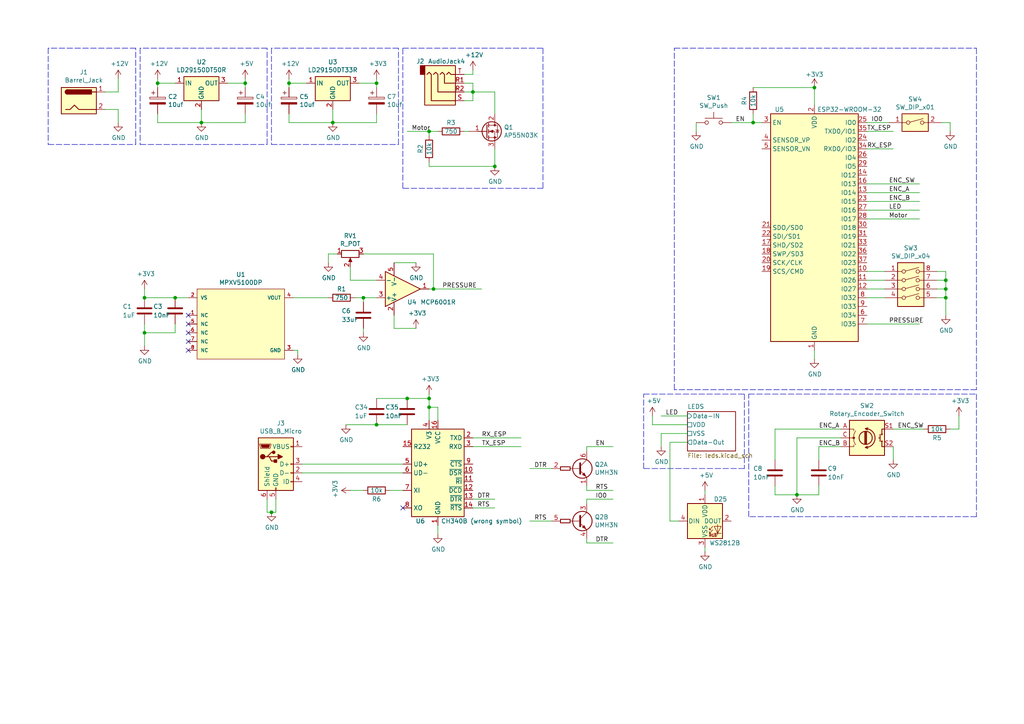
<source format=kicad_sch>
(kicad_sch (version 20211123) (generator eeschema)
  (paper "A4")
  (lib_symbols
    (symbol "Amplifier_Operational:MCP6001R" (pin_names (offset 0.127))
      (property "Reference" "U" (at 0 5.08 0))
      (property "Value" "MCP6001R" (at 0 -5.08 0))
      (symbol "MCP6001R_0_1"
        (polyline (pts (xy -5.08 5.08) (xy 5.08 0) (xy -5.08 -5.08) (xy -5.08 5.08)) (stroke (width 0.254)) (fill (type background)))
        (pin power_in line (at -2.54 7.62 270) (length 3.81) (name "V+") (number "2"))
        (pin power_in line (at -2.54 -7.62 90) (length 3.81) (name "V-") (number "5"))
      )
      (symbol "MCP6001R_1_1"
        (pin output line (at 7.62 0 180) (length 2.54) (name "~") (number "1"))
        (pin input line (at -7.62 2.54 0) (length 2.54) (name "+") (number "3"))
        (pin input line (at -7.62 -2.54 0) (length 2.54) (name "-") (number "4"))
      )
    )
    (symbol "Connector:AudioJack4"
      (property "Reference" "J" (at 0 8.89 0))
      (property "Value" "AudioJack4" (at 0 6.35 0))
      (symbol "AudioJack4_0_1"
        (rectangle (start -6.35 -5.08) (end -7.62 -7.62) (stroke (width 0.254)) (fill (type outline)))
        (polyline (pts (xy 0 -5.08) (xy 0.635 -5.715) (xy 1.27 -5.08) (xy 2.54 -5.08)) (stroke (width 0.254)))
        (polyline (pts (xy -5.715 -5.08) (xy -5.08 -5.715) (xy -4.445 -5.08) (xy -4.445 2.54) (xy 2.54 2.54)) (stroke (width 0.254)))
        (polyline (pts (xy -1.905 -5.08) (xy -1.27 -5.715) (xy -0.635 -5.08) (xy -0.635 -2.54) (xy 2.54 -2.54)) (stroke (width 0.254)))
        (polyline (pts (xy 2.54 0) (xy -2.54 0) (xy -2.54 -5.08) (xy -3.175 -5.715) (xy -3.81 -5.08)) (stroke (width 0.254)))
        (rectangle (start 2.54 3.81) (end -6.35 -7.62) (stroke (width 0.254)) (fill (type background)))
      )
      (symbol "AudioJack4_1_1"
        (pin passive line (at 5.08 -2.54 180) (length 2.54) (name "~") (number "R1"))
        (pin passive line (at 5.08 0 180) (length 2.54) (name "~") (number "R2"))
        (pin passive line (at 5.08 2.54 180) (length 2.54) (name "~") (number "S"))
        (pin passive line (at 5.08 -5.08 180) (length 2.54) (name "~") (number "T"))
      )
    )
    (symbol "Connector:Barrel_Jack" (pin_names (offset 1.016))
      (property "Reference" "J" (at 0 5.334 0))
      (property "Value" "Barrel_Jack" (at 0 -5.08 0))
      (symbol "Barrel_Jack_0_1"
        (rectangle (start -5.08 3.81) (end 5.08 -3.81) (stroke (width 0.254)) (fill (type background)))
        (arc (start -3.302 3.175) (mid -3.937 2.54) (end -3.302 1.905) (stroke (width 0.254)))
        (arc (start -3.302 3.175) (mid -3.937 2.54) (end -3.302 1.905) (stroke (width 0.254)) (fill (type outline)))
        (polyline (pts (xy 5.08 2.54) (xy 3.81 2.54)) (stroke (width 0.254)))
        (polyline (pts (xy -3.81 -2.54) (xy -2.54 -2.54) (xy -1.27 -1.27) (xy 0 -2.54) (xy 2.54 -2.54) (xy 5.08 -2.54)) (stroke (width 0.254)))
        (rectangle (start 3.683 3.175) (end -3.302 1.905) (stroke (width 0.254)) (fill (type outline)))
      )
      (symbol "Barrel_Jack_1_1"
        (pin passive line (at 7.62 2.54 180) (length 2.54) (name "~") (number "1"))
        (pin passive line (at 7.62 -2.54 180) (length 2.54) (name "~") (number "2"))
      )
    )
    (symbol "Connector:USB_B_Micro" (pin_names (offset 1.016))
      (property "Reference" "J" (at -5.08 11.43 0))
      (property "Value" "USB_B_Micro" (at -5.08 8.89 0))
      (symbol "USB_B_Micro_0_1"
        (rectangle (start -5.08 -7.62) (end 5.08 7.62) (stroke (width 0.254)) (fill (type background)))
        (circle (center -3.81 2.159) (radius 0.635) (stroke (width 0.254)) (fill (type outline)))
        (circle (center -0.635 3.429) (radius 0.381) (stroke (width 0.254)) (fill (type outline)))
        (rectangle (start -0.127 -7.62) (end 0.127 -6.858))
        (polyline (pts (xy -1.905 2.159) (xy 0.635 2.159)) (stroke (width 0.254)))
        (polyline (pts (xy -3.175 2.159) (xy -2.54 2.159) (xy -1.27 3.429) (xy -0.635 3.429)) (stroke (width 0.254)))
        (polyline (pts (xy -2.54 2.159) (xy -1.905 2.159) (xy -1.27 0.889) (xy 0 0.889)) (stroke (width 0.254)))
        (polyline (pts (xy 0.635 2.794) (xy 0.635 1.524) (xy 1.905 2.159) (xy 0.635 2.794)) (stroke (width 0.254)) (fill (type outline)))
        (polyline (pts (xy -4.318 5.588) (xy -1.778 5.588) (xy -2.032 4.826) (xy -4.064 4.826) (xy -4.318 5.588)) (fill (type outline)))
        (polyline (pts (xy -4.699 5.842) (xy -4.699 5.588) (xy -4.445 4.826) (xy -4.445 4.572) (xy -1.651 4.572) (xy -1.651 4.826) (xy -1.397 5.588) (xy -1.397 5.842) (xy -4.699 5.842)))
        (rectangle (start 0.254 1.27) (end -0.508 0.508) (stroke (width 0.254)) (fill (type outline)))
        (rectangle (start 5.08 -5.207) (end 4.318 -4.953))
        (rectangle (start 5.08 -2.667) (end 4.318 -2.413))
        (rectangle (start 5.08 -0.127) (end 4.318 0.127))
        (rectangle (start 5.08 4.953) (end 4.318 5.207))
      )
      (symbol "USB_B_Micro_1_1"
        (pin power_out line (at 7.62 5.08 180) (length 2.54) (name "VBUS") (number "1"))
        (pin bidirectional line (at 7.62 -2.54 180) (length 2.54) (name "D-") (number "2"))
        (pin bidirectional line (at 7.62 0 180) (length 2.54) (name "D+") (number "3"))
        (pin passive line (at 7.62 -5.08 180) (length 2.54) (name "ID") (number "4"))
        (pin power_out line (at 0 -10.16 90) (length 2.54) (name "GND") (number "5"))
        (pin passive line (at -2.54 -10.16 90) (length 2.54) (name "Shield") (number "6"))
      )
    )
    (symbol "Device:C" (pin_numbers hide) (pin_names (offset 0.254))
      (property "Reference" "C" (at 0.635 2.54 0))
      (property "Value" "C" (at 0.635 -2.54 0))
      (symbol "C_0_1"
        (polyline (pts (xy -2.032 -0.762) (xy 2.032 -0.762)) (stroke (width 0.508)))
        (polyline (pts (xy -2.032 0.762) (xy 2.032 0.762)) (stroke (width 0.508)))
      )
      (symbol "C_1_1"
        (pin passive line (at 0 3.81 270) (length 2.794) (name "~") (number "1"))
        (pin passive line (at 0 -3.81 90) (length 2.794) (name "~") (number "2"))
      )
    )
    (symbol "Device:CP" (pin_numbers hide) (pin_names (offset 0.254))
      (property "Reference" "C" (at 0.635 2.54 0))
      (property "Value" "Device_CP" (at 0.635 -2.54 0))
      (symbol "CP_0_1"
        (rectangle (start -2.286 0.508) (end 2.286 1.016))
        (polyline (pts (xy -1.778 2.286) (xy -0.762 2.286)))
        (polyline (pts (xy -1.27 2.794) (xy -1.27 1.778)))
        (rectangle (start 2.286 -0.508) (end -2.286 -1.016) (fill (type outline)))
      )
      (symbol "CP_1_1"
        (pin passive line (at 0 3.81 270) (length 2.794) (name "~") (number "1"))
        (pin passive line (at 0 -3.81 90) (length 2.794) (name "~") (number "2"))
      )
    )
    (symbol "Device:R" (pin_numbers hide) (pin_names (offset 0))
      (property "Reference" "R" (at 2.032 0 90))
      (property "Value" "R" (at 0 0 90))
      (symbol "R_0_1"
        (rectangle (start -1.016 -2.54) (end 1.016 2.54) (stroke (width 0.254)))
      )
      (symbol "R_1_1"
        (pin passive line (at 0 3.81 270) (length 1.27) (name "~") (number "1"))
        (pin passive line (at 0 -3.81 90) (length 1.27) (name "~") (number "2"))
      )
    )
    (symbol "Device:R_POT" (pin_names (offset 1.016) hide)
      (property "Reference" "RV" (at -4.445 0 90))
      (property "Value" "Device_R_POT" (at -2.54 0 90))
      (symbol "R_POT_0_1"
        (polyline (pts (xy 2.54 0) (xy 1.524 0)))
        (polyline (pts (xy 1.143 0) (xy 2.286 0.508) (xy 2.286 -0.508) (xy 1.143 0)) (fill (type outline)))
        (rectangle (start 1.016 2.54) (end -1.016 -2.54) (stroke (width 0.254)))
      )
      (symbol "R_POT_1_1"
        (pin passive line (at 0 3.81 270) (length 1.27) (name "1") (number "1"))
        (pin passive line (at 3.81 0 180) (length 1.27) (name "2") (number "2"))
        (pin passive line (at 0 -3.81 90) (length 1.27) (name "3") (number "3"))
      )
    )
    (symbol "Device:Rotary_Encoder_Switch" (pin_names (offset 0.254) hide)
      (property "Reference" "SW" (at 0 6.604 0))
      (property "Value" "Device_Rotary_Encoder_Switch" (at 0 -6.604 0))
      (symbol "Rotary_Encoder_Switch_0_1"
        (rectangle (start -5.08 5.08) (end 5.08 -5.08) (stroke (width 0.254)) (fill (type background)))
        (circle (center -3.81 0) (radius 0.254) (fill (type outline)))
        (arc (start -0.381 -2.794) (mid 2.3622 -0.0508) (end -0.381 2.667) (stroke (width 0.254)))
        (circle (center -0.381 0) (radius 1.905) (stroke (width 0.254)))
        (polyline (pts (xy -0.635 -1.778) (xy -0.635 1.778)) (stroke (width 0.254)))
        (polyline (pts (xy -0.381 -1.778) (xy -0.381 1.778)) (stroke (width 0.254)))
        (polyline (pts (xy -0.127 1.778) (xy -0.127 -1.778)) (stroke (width 0.254)))
        (polyline (pts (xy 3.81 0) (xy 3.429 0)) (stroke (width 0.254)))
        (polyline (pts (xy 3.81 1.016) (xy 3.81 -1.016)) (stroke (width 0.254)))
        (polyline (pts (xy -5.08 -2.54) (xy -3.81 -2.54) (xy -3.81 -2.032)))
        (polyline (pts (xy -5.08 2.54) (xy -3.81 2.54) (xy -3.81 2.032)))
        (polyline (pts (xy 0.254 -3.048) (xy -0.508 -2.794) (xy 0.127 -2.413)) (stroke (width 0.254)))
        (polyline (pts (xy 0.254 2.921) (xy -0.508 2.667) (xy 0.127 2.286)) (stroke (width 0.254)))
        (polyline (pts (xy 5.08 -2.54) (xy 4.318 -2.54) (xy 4.318 -1.016)) (stroke (width 0.254)))
        (polyline (pts (xy 5.08 2.54) (xy 4.318 2.54) (xy 4.318 1.016)) (stroke (width 0.254)))
        (polyline (pts (xy -5.08 0) (xy -3.81 0) (xy -3.81 -1.016) (xy -3.302 -2.032)))
        (polyline (pts (xy -4.318 0) (xy -3.81 0) (xy -3.81 1.016) (xy -3.302 2.032)))
        (circle (center 4.318 -1.016) (radius 0.127) (stroke (width 0.254)))
        (circle (center 4.318 1.016) (radius 0.127) (stroke (width 0.254)))
      )
      (symbol "Rotary_Encoder_Switch_1_1"
        (pin passive line (at -7.62 2.54 0) (length 2.54) (name "A") (number "A"))
        (pin passive line (at -7.62 -2.54 0) (length 2.54) (name "B") (number "B"))
        (pin passive line (at -7.62 0 0) (length 2.54) (name "C") (number "C"))
        (pin passive line (at 7.62 2.54 180) (length 2.54) (name "S1") (number "S1"))
        (pin passive line (at 7.62 -2.54 180) (length 2.54) (name "S2") (number "S2"))
      )
    )
    (symbol "Interface_USB:CH340G"
      (property "Reference" "U" (at -5.08 13.97 0))
      (property "Value" "CH340G" (at 1.27 13.97 0))
      (symbol "CH340G_0_1"
        (rectangle (start -7.62 12.7) (end 7.62 -12.7) (stroke (width 0.254)) (fill (type background)))
      )
      (symbol "CH340G_1_1"
        (pin power_in line (at 0 -15.24 90) (length 2.54) (name "GND") (number "1"))
        (pin input line (at 10.16 0 180) (length 2.54) (name "~{DSR}") (number "10"))
        (pin input line (at 10.16 -2.54 180) (length 2.54) (name "~{RI}") (number "11"))
        (pin input line (at 10.16 -5.08 180) (length 2.54) (name "~{DCD}") (number "12"))
        (pin output line (at 10.16 -7.62 180) (length 2.54) (name "~{DTR}") (number "13"))
        (pin output line (at 10.16 -10.16 180) (length 2.54) (name "~{RTS}") (number "14"))
        (pin input line (at -10.16 7.62 0) (length 2.54) (name "R232") (number "15"))
        (pin power_in line (at 0 15.24 270) (length 2.54) (name "VCC") (number "16"))
        (pin output line (at 10.16 10.16 180) (length 2.54) (name "TXD") (number "2"))
        (pin input line (at 10.16 7.62 180) (length 2.54) (name "RXD") (number "3"))
        (pin passive line (at -2.54 15.24 270) (length 2.54) (name "V3") (number "4"))
        (pin bidirectional line (at -10.16 2.54 0) (length 2.54) (name "UD+") (number "5"))
        (pin bidirectional line (at -10.16 0 0) (length 2.54) (name "UD-") (number "6"))
        (pin input line (at -10.16 -5.08 0) (length 2.54) (name "XI") (number "7"))
        (pin output line (at -10.16 -10.16 0) (length 2.54) (name "XO") (number "8"))
        (pin input line (at 10.16 2.54 180) (length 2.54) (name "~{CTS}") (number "9"))
      )
    )
    (symbol "LED:WS2812B" (pin_names (offset 0.254))
      (property "Reference" "D" (at 5.08 5.715 0))
      (property "Value" "WS2812B" (at 1.27 -5.715 0))
      (symbol "WS2812B_0_0"
        (text "RGB" (at 2.286 -4.191 0) (effects (font (size 0.762 0.762))))
      )
      (symbol "WS2812B_0_1"
        (polyline (pts (xy 1.27 -3.556) (xy 1.778 -3.556)))
        (polyline (pts (xy 1.27 -2.54) (xy 1.778 -2.54)))
        (polyline (pts (xy 4.699 -3.556) (xy 2.667 -3.556)))
        (polyline (pts (xy 2.286 -2.54) (xy 1.27 -3.556) (xy 1.27 -3.048)))
        (polyline (pts (xy 2.286 -1.524) (xy 1.27 -2.54) (xy 1.27 -2.032)))
        (polyline (pts (xy 3.683 -1.016) (xy 3.683 -3.556) (xy 3.683 -4.064)))
        (polyline (pts (xy 4.699 -1.524) (xy 2.667 -1.524) (xy 3.683 -3.556) (xy 4.699 -1.524)))
        (rectangle (start 5.08 5.08) (end -5.08 -5.08) (stroke (width 0.254)) (fill (type background)))
      )
      (symbol "WS2812B_1_1"
        (pin power_in line (at 0 7.62 270) (length 2.54) (name "VDD") (number "1"))
        (pin output line (at 7.62 0 180) (length 2.54) (name "DOUT") (number "2"))
        (pin power_in line (at 0 -7.62 90) (length 2.54) (name "VSS") (number "3"))
        (pin input line (at -7.62 0 0) (length 2.54) (name "DIN") (number "4"))
      )
    )
    (symbol "RF_Module:ESP32-WROOM-32"
      (property "Reference" "U" (at -12.7 34.29 0))
      (property "Value" "ESP32-WROOM-32" (at 1.27 34.29 0))
      (symbol "ESP32-WROOM-32_0_1"
        (rectangle (start -12.7 33.02) (end 12.7 -33.02) (stroke (width 0.254)) (fill (type background)))
      )
      (symbol "ESP32-WROOM-32_1_1"
        (pin power_in line (at 0 -35.56 90) (length 2.54) (name "GND") (number "1"))
        (pin bidirectional line (at 15.24 -12.7 180) (length 2.54) (name "IO25") (number "10"))
        (pin bidirectional line (at 15.24 -15.24 180) (length 2.54) (name "IO26") (number "11"))
        (pin bidirectional line (at 15.24 -17.78 180) (length 2.54) (name "IO27") (number "12"))
        (pin bidirectional line (at 15.24 10.16 180) (length 2.54) (name "IO14") (number "13"))
        (pin bidirectional line (at 15.24 15.24 180) (length 2.54) (name "IO12") (number "14"))
        (pin passive line (at 0 -35.56 90) (length 2.54) hide (name "GND") (number "15"))
        (pin bidirectional line (at 15.24 12.7 180) (length 2.54) (name "IO13") (number "16"))
        (pin bidirectional line (at -15.24 -5.08 0) (length 2.54) (name "SHD/SD2") (number "17"))
        (pin bidirectional line (at -15.24 -7.62 0) (length 2.54) (name "SWP/SD3") (number "18"))
        (pin bidirectional line (at -15.24 -12.7 0) (length 2.54) (name "SCS/CMD") (number "19"))
        (pin power_in line (at 0 35.56 270) (length 2.54) (name "VDD") (number "2"))
        (pin bidirectional line (at -15.24 -10.16 0) (length 2.54) (name "SCK/CLK") (number "20"))
        (pin bidirectional line (at -15.24 0 0) (length 2.54) (name "SDO/SD0") (number "21"))
        (pin bidirectional line (at -15.24 -2.54 0) (length 2.54) (name "SDI/SD1") (number "22"))
        (pin bidirectional line (at 15.24 7.62 180) (length 2.54) (name "IO15") (number "23"))
        (pin bidirectional line (at 15.24 25.4 180) (length 2.54) (name "IO2") (number "24"))
        (pin bidirectional line (at 15.24 30.48 180) (length 2.54) (name "IO0") (number "25"))
        (pin bidirectional line (at 15.24 20.32 180) (length 2.54) (name "IO4") (number "26"))
        (pin bidirectional line (at 15.24 5.08 180) (length 2.54) (name "IO16") (number "27"))
        (pin bidirectional line (at 15.24 2.54 180) (length 2.54) (name "IO17") (number "28"))
        (pin bidirectional line (at 15.24 17.78 180) (length 2.54) (name "IO5") (number "29"))
        (pin input line (at -15.24 30.48 0) (length 2.54) (name "EN") (number "3"))
        (pin bidirectional line (at 15.24 0 180) (length 2.54) (name "IO18") (number "30"))
        (pin bidirectional line (at 15.24 -2.54 180) (length 2.54) (name "IO19") (number "31"))
        (pin no_connect line (at -12.7 -27.94 0) (length 2.54) hide (name "NC") (number "32"))
        (pin bidirectional line (at 15.24 -5.08 180) (length 2.54) (name "IO21") (number "33"))
        (pin bidirectional line (at 15.24 22.86 180) (length 2.54) (name "RXD0/IO3") (number "34"))
        (pin bidirectional line (at 15.24 27.94 180) (length 2.54) (name "TXD0/IO1") (number "35"))
        (pin bidirectional line (at 15.24 -7.62 180) (length 2.54) (name "IO22") (number "36"))
        (pin bidirectional line (at 15.24 -10.16 180) (length 2.54) (name "IO23") (number "37"))
        (pin passive line (at 0 -35.56 90) (length 2.54) hide (name "GND") (number "38"))
        (pin passive line (at 0 -35.56 90) (length 2.54) hide (name "GND") (number "39"))
        (pin input line (at -15.24 25.4 0) (length 2.54) (name "SENSOR_VP") (number "4"))
        (pin input line (at -15.24 22.86 0) (length 2.54) (name "SENSOR_VN") (number "5"))
        (pin input line (at 15.24 -25.4 180) (length 2.54) (name "IO34") (number "6"))
        (pin input line (at 15.24 -27.94 180) (length 2.54) (name "IO35") (number "7"))
        (pin bidirectional line (at 15.24 -20.32 180) (length 2.54) (name "IO32") (number "8"))
        (pin bidirectional line (at 15.24 -22.86 180) (length 2.54) (name "IO33") (number "9"))
      )
    )
    (symbol "Regulator_Linear:L7805" (pin_names (offset 0.254))
      (property "Reference" "U" (at -3.81 3.175 0))
      (property "Value" "L7805" (at 0 3.175 0))
      (symbol "L7805_0_1"
        (rectangle (start -5.08 1.905) (end 5.08 -5.08) (stroke (width 0.254)) (fill (type background)))
      )
      (symbol "L7805_1_1"
        (pin power_in line (at -7.62 0 0) (length 2.54) (name "IN") (number "1"))
        (pin power_in line (at 0 -7.62 90) (length 2.54) (name "GND") (number "2"))
        (pin power_out line (at 7.62 0 180) (length 2.54) (name "OUT") (number "3"))
      )
    )
    (symbol "Switch:SW_DIP_x01" (pin_names (offset 0) hide)
      (property "Reference" "SW" (at 0 3.81 0))
      (property "Value" "SW_DIP_x01" (at 0 -3.81 0))
      (symbol "SW_DIP_x01_0_0"
        (circle (center -2.032 0) (radius 0.508))
        (polyline (pts (xy -1.524 0.127) (xy 2.3622 1.1684)))
        (circle (center 2.032 0) (radius 0.508))
      )
      (symbol "SW_DIP_x01_0_1"
        (rectangle (start -3.81 2.54) (end 3.81 -2.54) (stroke (width 0.254)) (fill (type background)))
      )
      (symbol "SW_DIP_x01_1_1"
        (pin passive line (at -7.62 0 0) (length 5.08) (name "~") (number "1"))
        (pin passive line (at 7.62 0 180) (length 5.08) (name "~") (number "2"))
      )
    )
    (symbol "Switch:SW_DIP_x04" (pin_names (offset 0) hide)
      (property "Reference" "SW" (at 0 8.89 0))
      (property "Value" "SW_DIP_x04" (at 0 -6.35 0))
      (symbol "SW_DIP_x04_0_0"
        (circle (center -2.032 -2.54) (radius 0.508))
        (circle (center -2.032 0) (radius 0.508))
        (circle (center -2.032 2.54) (radius 0.508))
        (circle (center -2.032 5.08) (radius 0.508))
        (polyline (pts (xy -1.524 -2.3876) (xy 2.3622 -1.3462)))
        (polyline (pts (xy -1.524 0.127) (xy 2.3622 1.1684)))
        (polyline (pts (xy -1.524 2.667) (xy 2.3622 3.7084)))
        (polyline (pts (xy -1.524 5.207) (xy 2.3622 6.2484)))
        (circle (center 2.032 -2.54) (radius 0.508))
        (circle (center 2.032 0) (radius 0.508))
        (circle (center 2.032 2.54) (radius 0.508))
        (circle (center 2.032 5.08) (radius 0.508))
      )
      (symbol "SW_DIP_x04_0_1"
        (rectangle (start -3.81 7.62) (end 3.81 -5.08) (stroke (width 0.254)) (fill (type background)))
      )
      (symbol "SW_DIP_x04_1_1"
        (pin passive line (at -7.62 5.08 0) (length 5.08) (name "~") (number "1"))
        (pin passive line (at -7.62 2.54 0) (length 5.08) (name "~") (number "2"))
        (pin passive line (at -7.62 0 0) (length 5.08) (name "~") (number "3"))
        (pin passive line (at -7.62 -2.54 0) (length 5.08) (name "~") (number "4"))
        (pin passive line (at 7.62 -2.54 180) (length 5.08) (name "~") (number "5"))
        (pin passive line (at 7.62 0 180) (length 5.08) (name "~") (number "6"))
        (pin passive line (at 7.62 2.54 180) (length 5.08) (name "~") (number "7"))
        (pin passive line (at 7.62 5.08 180) (length 5.08) (name "~") (number "8"))
      )
    )
    (symbol "Switch:SW_Push" (pin_numbers hide) (pin_names (offset 1.016) hide)
      (property "Reference" "SW" (at 1.27 2.54 0))
      (property "Value" "SW_Push" (at 0 -1.524 0))
      (symbol "SW_Push_0_1"
        (circle (center -2.032 0) (radius 0.508))
        (polyline (pts (xy 0 1.27) (xy 0 3.048)))
        (polyline (pts (xy 2.54 1.27) (xy -2.54 1.27)))
        (circle (center 2.032 0) (radius 0.508))
        (pin passive line (at -5.08 0 0) (length 2.54) (name "1") (number "1"))
        (pin passive line (at 5.08 0 180) (length 2.54) (name "2") (number "2"))
      )
    )
    (symbol "Transistor_BJT:UMH3N" (pin_names hide)
      (property "Reference" "Q" (at 7.62 1.27 0))
      (property "Value" "UMH3N" (at 7.62 -1.27 0))
      (symbol "UMH3N_0_1"
        (polyline (pts (xy 3.175 0) (xy 0.254 0)))
        (polyline (pts (xy 3.175 0.635) (xy 5.08 2.54)))
        (polyline (pts (xy 3.175 1.524) (xy 3.175 -1.524)) (stroke (width 0.508)))
        (polyline (pts (xy 3.175 -0.635) (xy 5.08 -2.54) (xy 5.08 -2.54)))
        (polyline (pts (xy 3.81 -1.778) (xy 4.318 -1.27) (xy 4.826 -2.286) (xy 3.81 -1.778) (xy 3.81 -1.778)) (fill (type outline)))
        (rectangle (start 0.254 0.508) (end -2.54 -0.508) (stroke (width 0.254)))
        (circle (center 3.81 0) (radius 2.8194) (stroke (width 0.254)))
      )
      (symbol "UMH3N_1_1"
        (pin passive line (at 5.08 -5.08 90) (length 2.54) (name "E1") (number "1"))
        (pin input line (at -5.08 0 0) (length 2.54) (name "B1") (number "2"))
        (pin passive line (at 5.08 5.08 270) (length 2.54) (name "C1") (number "6"))
      )
      (symbol "UMH3N_2_1"
        (pin passive line (at 5.08 5.08 270) (length 2.54) (name "C2") (number "3"))
        (pin passive line (at 5.08 -5.08 90) (length 2.54) (name "E2") (number "4"))
        (pin input line (at -5.08 0 0) (length 2.54) (name "B2") (number "5"))
      )
    )
    (symbol "Transistor_FET:BSP129" (pin_names hide)
      (property "Reference" "Q" (at 5.08 1.905 0))
      (property "Value" "BSP129" (at 5.08 0 0))
      (symbol "BSP129_0_1"
        (polyline (pts (xy 0.254 0) (xy -2.54 0)))
        (polyline (pts (xy 0.254 1.905) (xy 0.254 -1.905)) (stroke (width 0.254)))
        (polyline (pts (xy 0.762 -1.27) (xy 0.762 -2.286)) (stroke (width 0.254)))
        (polyline (pts (xy 0.762 0.508) (xy 0.762 -0.508)) (stroke (width 0.254)))
        (polyline (pts (xy 0.762 2.286) (xy 0.762 1.27)) (stroke (width 0.254)))
        (polyline (pts (xy 2.54 2.54) (xy 2.54 1.778)))
        (polyline (pts (xy 2.54 -2.54) (xy 2.54 0) (xy 0.762 0)))
        (polyline (pts (xy 0.762 -1.778) (xy 3.302 -1.778) (xy 3.302 1.778) (xy 0.762 1.778)))
        (polyline (pts (xy 1.016 0) (xy 2.032 0.381) (xy 2.032 -0.381) (xy 1.016 0)) (fill (type outline)))
        (polyline (pts (xy 2.794 0.508) (xy 2.921 0.381) (xy 3.683 0.381) (xy 3.81 0.254)))
        (polyline (pts (xy 3.302 0.381) (xy 2.921 -0.254) (xy 3.683 -0.254) (xy 3.302 0.381)))
        (circle (center 1.651 0) (radius 2.794) (stroke (width 0.254)))
        (circle (center 2.54 -1.778) (radius 0.254) (fill (type outline)))
        (circle (center 2.54 1.778) (radius 0.254) (fill (type outline)))
      )
      (symbol "BSP129_1_1"
        (pin input line (at -5.08 0 0) (length 5.08) (name "G") (number "1"))
        (pin passive line (at 2.54 5.08 270) (length 2.54) (name "D") (number "2"))
        (pin passive line (at 2.54 -5.08 90) (length 2.54) (name "S") (number "3"))
      )
    )
    (symbol "eec:MPXV5100DP" (pin_names (offset 1.016))
      (property "Reference" "U" (at 0 5.08 0))
      (property "Value" "MPXV5100DP" (at 0 7.62 0))
      (symbol "MPXV5100DP_1_1"
        (rectangle (start 5.08 2.54) (end 30.48 -17.78) (fill (type background)))
        (pin passive line (at 2.54 -5.08 0) (length 2.54) (name "NC") (number "1"))
        (pin power_in line (at 2.54 0 0) (length 2.54) (name "VS") (number "2"))
        (pin power_in line (at 33.02 -15.24 180) (length 2.54) (name "GND") (number "3"))
        (pin passive line (at 33.02 0 180) (length 2.54) (name "VOUT") (number "4"))
        (pin passive line (at 2.54 -7.62 0) (length 2.54) (name "NC") (number "5"))
        (pin passive line (at 2.54 -10.16 0) (length 2.54) (name "NC") (number "6"))
        (pin passive line (at 2.54 -12.7 0) (length 2.54) (name "NC") (number "7"))
        (pin passive line (at 2.54 -15.24 0) (length 2.54) (name "NC") (number "8"))
      )
    )
    (symbol "power:+12V" (power) (pin_names (offset 0))
      (property "Value" "+12V" (at 0 3.556 0))
      (symbol "+12V_0_1"
        (polyline (pts (xy -0.762 1.27) (xy 0 2.54)))
        (polyline (pts (xy 0 0) (xy 0 2.54)))
        (polyline (pts (xy 0 2.54) (xy 0.762 1.27)))
      )
      (symbol "+12V_1_1"
        (pin power_in line (at 0 0 90) (length 0) hide (name "+12V") (number "1"))
      )
    )
    (symbol "power:+3V3" (power) (pin_names (offset 0))
      (property "Value" "+3V3" (at 0 3.556 0))
      (symbol "+3V3_0_1"
        (polyline (pts (xy -0.762 1.27) (xy 0 2.54)))
        (polyline (pts (xy 0 0) (xy 0 2.54)))
        (polyline (pts (xy 0 2.54) (xy 0.762 1.27)))
      )
      (symbol "+3V3_1_1"
        (pin power_in line (at 0 0 90) (length 0) hide (name "+3V3") (number "1"))
      )
    )
    (symbol "power:+5V" (power) (pin_names (offset 0))
      (property "Value" "+5V" (at 0 3.556 0))
      (symbol "+5V_0_1"
        (polyline (pts (xy -0.762 1.27) (xy 0 2.54)))
        (polyline (pts (xy 0 0) (xy 0 2.54)))
        (polyline (pts (xy 0 2.54) (xy 0.762 1.27)))
      )
      (symbol "+5V_1_1"
        (pin power_in line (at 0 0 90) (length 0) hide (name "+5V") (number "1"))
      )
    )
    (symbol "power:GND" (power) (pin_names (offset 0))
      (property "Value" "GND" (at 0 -3.81 0))
      (symbol "GND_0_1"
        (polyline (pts (xy 0 0) (xy 0 -1.27) (xy 1.27 -1.27) (xy 0 -2.54) (xy -1.27 -1.27) (xy 0 -1.27)))
      )
      (symbol "GND_1_1"
        (pin power_in line (at 0 0 270) (length 0) hide (name "GND") (number "1"))
      )
    )
  )
  (junction (at 41.91 96.52))
  (junction (at 118.11 115.57))
  (junction (at 109.22 123.19))
  (junction (at 137.16 26.67))
  (junction (at 105.41 86.36))
  (junction (at 58.42 35.56))
  (junction (at 78.74 148.59))
  (junction (at 50.8 86.36))
  (junction (at 274.32 81.28))
  (junction (at 96.52 35.56))
  (junction (at 83.82 24.13))
  (junction (at 71.12 24.13))
  (junction (at 124.46 118.11))
  (junction (at 236.22 25.4))
  (junction (at 45.72 24.13))
  (junction (at 143.51 48.26))
  (junction (at 274.32 86.36))
  (junction (at 109.22 24.13))
  (junction (at 231.14 143.51))
  (junction (at 274.32 83.82))
  (junction (at 124.46 38.1))
  (junction (at 218.44 35.56))
  (junction (at 41.91 86.36))
  (junction (at 125.73 83.82))
  (junction (at 124.46 115.57))
  (no_connect (at 54.61 101.6))
  (no_connect (at 54.61 93.98))
  (no_connect (at 54.61 96.52))
  (no_connect (at 54.61 99.06))
  (no_connect (at 54.61 91.44))
  (no_connect (at 116.84 147.32))
  (wire (pts (xy 71.12 24.13) (xy 71.12 22.86)))
  (wire (pts (xy 109.22 123.19) (xy 118.11 123.19)))
  (wire (pts (xy 113.03 142.24) (xy 116.84 142.24)))
  (wire (pts (xy 34.29 31.75) (xy 34.29 35.56)))
  (wire (pts (xy 274.32 86.36) (xy 274.32 91.44)))
  (wire (pts (xy 251.46 58.42) (xy 266.7 58.42)))
  (wire (pts (xy 199.39 125.73) (xy 191.77 125.73)))
  (wire (pts (xy 170.18 146.05) (xy 170.18 144.78)))
  (polyline (pts (xy 39.37 13.97) (xy 13.97 13.97)))
  (wire (pts (xy 114.3 95.25) (xy 120.65 95.25)))
  (wire (pts (xy 251.46 43.18) (xy 259.08 43.18)))
  (wire (pts (xy 87.63 137.16) (xy 116.84 137.16)))
  (wire (pts (xy 77.47 144.78) (xy 77.47 148.59)))
  (wire (pts (xy 134.62 21.59) (xy 137.16 21.59)))
  (wire (pts (xy 243.84 129.54) (xy 237.49 129.54)))
  (wire (pts (xy 109.22 123.19) (xy 100.33 123.19)))
  (wire (pts (xy 137.16 144.78) (xy 143.51 144.78)))
  (wire (pts (xy 109.22 24.13) (xy 109.22 22.86)))
  (wire (pts (xy 127 121.92) (xy 127 118.11)))
  (wire (pts (xy 137.16 29.21) (xy 137.16 26.67)))
  (wire (pts (xy 194.31 151.13) (xy 196.85 151.13)))
  (polyline (pts (xy 186.69 135.89) (xy 186.69 114.3)))
  (wire (pts (xy 109.22 115.57) (xy 118.11 115.57)))
  (wire (pts (xy 66.04 24.13) (xy 71.12 24.13)))
  (wire (pts (xy 259.08 129.54) (xy 259.08 133.35)))
  (wire (pts (xy 134.62 26.67) (xy 137.16 26.67)))
  (wire (pts (xy 231.14 143.51) (xy 237.49 143.51)))
  (wire (pts (xy 71.12 33.02) (xy 71.12 35.56)))
  (polyline (pts (xy 283.21 114.3) (xy 283.21 149.86)))
  (wire (pts (xy 114.3 91.44) (xy 114.3 95.25)))
  (wire (pts (xy 271.78 86.36) (xy 274.32 86.36)))
  (wire (pts (xy 104.14 24.13) (xy 109.22 24.13)))
  (wire (pts (xy 137.16 127) (xy 151.13 127)))
  (polyline (pts (xy 215.9 114.3) (xy 215.9 135.89)))
  (wire (pts (xy 86.36 101.6) (xy 86.36 102.87)))
  (wire (pts (xy 220.98 35.56) (xy 218.44 35.56)))
  (wire (pts (xy 124.46 39.37) (xy 124.46 38.1)))
  (wire (pts (xy 45.72 33.02) (xy 45.72 35.56)))
  (wire (pts (xy 191.77 120.65) (xy 199.39 120.65)))
  (polyline (pts (xy 40.64 13.97) (xy 40.64 41.91)))
  (polyline (pts (xy 195.58 13.97) (xy 283.21 13.97)))
  (wire (pts (xy 85.09 101.6) (xy 86.36 101.6)))
  (wire (pts (xy 236.22 25.4) (xy 236.22 30.48)))
  (wire (pts (xy 109.22 86.36) (xy 105.41 86.36)))
  (wire (pts (xy 204.47 143.51) (xy 204.47 142.24)))
  (wire (pts (xy 87.63 134.62) (xy 116.84 134.62)))
  (wire (pts (xy 251.46 63.5) (xy 266.7 63.5)))
  (wire (pts (xy 274.32 83.82) (xy 274.32 86.36)))
  (wire (pts (xy 251.46 38.1) (xy 259.08 38.1)))
  (wire (pts (xy 95.25 76.2) (xy 95.25 73.66)))
  (wire (pts (xy 251.46 93.98) (xy 266.7 93.98)))
  (wire (pts (xy 125.73 83.82) (xy 139.7 83.82)))
  (wire (pts (xy 101.6 81.28) (xy 109.22 81.28)))
  (polyline (pts (xy 283.21 13.97) (xy 283.21 113.03)))
  (wire (pts (xy 218.44 35.56) (xy 218.44 33.02)))
  (wire (pts (xy 224.79 133.35) (xy 224.79 124.46)))
  (wire (pts (xy 41.91 86.36) (xy 50.8 86.36)))
  (wire (pts (xy 236.22 104.14) (xy 236.22 101.6)))
  (wire (pts (xy 189.23 123.19) (xy 189.23 120.65)))
  (polyline (pts (xy 215.9 135.89) (xy 186.69 135.89)))
  (polyline (pts (xy 195.58 113.03) (xy 195.58 13.97)))
  (wire (pts (xy 143.51 26.67) (xy 143.51 33.02)))
  (wire (pts (xy 80.01 148.59) (xy 78.74 148.59)))
  (wire (pts (xy 125.73 73.66) (xy 125.73 83.82)))
  (polyline (pts (xy 77.47 13.97) (xy 40.64 13.97)))
  (wire (pts (xy 274.32 81.28) (xy 274.32 83.82)))
  (wire (pts (xy 170.18 142.24) (xy 170.18 140.97)))
  (wire (pts (xy 274.32 78.74) (xy 274.32 81.28)))
  (wire (pts (xy 109.22 35.56) (xy 96.52 35.56)))
  (polyline (pts (xy 157.48 54.61) (xy 116.84 54.61)))
  (wire (pts (xy 251.46 83.82) (xy 256.54 83.82)))
  (polyline (pts (xy 78.74 41.91) (xy 115.57 41.91)))
  (wire (pts (xy 224.79 140.97) (xy 224.79 143.51)))
  (wire (pts (xy 124.46 38.1) (xy 127 38.1)))
  (wire (pts (xy 137.16 24.13) (xy 134.62 24.13)))
  (wire (pts (xy 170.18 129.54) (xy 177.8 129.54)))
  (wire (pts (xy 170.18 144.78) (xy 177.8 144.78)))
  (wire (pts (xy 41.91 96.52) (xy 41.91 100.33)))
  (polyline (pts (xy 116.84 54.61) (xy 116.84 13.97)))
  (wire (pts (xy 275.59 124.46) (xy 278.13 124.46)))
  (wire (pts (xy 199.39 128.27) (xy 194.31 128.27)))
  (wire (pts (xy 124.46 48.26) (xy 143.51 48.26)))
  (wire (pts (xy 109.22 33.02) (xy 109.22 35.56)))
  (wire (pts (xy 124.46 38.1) (xy 118.11 38.1)))
  (polyline (pts (xy 13.97 13.97) (xy 13.97 41.91)))
  (wire (pts (xy 41.91 96.52) (xy 50.8 96.52)))
  (wire (pts (xy 251.46 55.88) (xy 266.7 55.88)))
  (wire (pts (xy 218.44 25.4) (xy 236.22 25.4)))
  (wire (pts (xy 137.16 129.54) (xy 151.13 129.54)))
  (polyline (pts (xy 78.74 13.97) (xy 78.74 41.91)))
  (wire (pts (xy 134.62 38.1) (xy 135.89 38.1)))
  (wire (pts (xy 127 118.11) (xy 124.46 118.11)))
  (wire (pts (xy 58.42 31.75) (xy 58.42 35.56)))
  (wire (pts (xy 143.51 48.26) (xy 143.51 43.18)))
  (wire (pts (xy 114.3 76.2) (xy 120.65 76.2)))
  (wire (pts (xy 134.62 29.21) (xy 137.16 29.21)))
  (wire (pts (xy 124.46 83.82) (xy 125.73 83.82)))
  (wire (pts (xy 45.72 24.13) (xy 45.72 22.86)))
  (wire (pts (xy 101.6 142.24) (xy 105.41 142.24)))
  (wire (pts (xy 271.78 78.74) (xy 274.32 78.74)))
  (wire (pts (xy 218.44 35.56) (xy 212.09 35.56)))
  (wire (pts (xy 224.79 143.51) (xy 231.14 143.51)))
  (wire (pts (xy 137.16 26.67) (xy 143.51 26.67)))
  (polyline (pts (xy 186.69 114.3) (xy 215.9 114.3)))
  (wire (pts (xy 271.78 81.28) (xy 274.32 81.28)))
  (wire (pts (xy 41.91 93.98) (xy 41.91 96.52)))
  (wire (pts (xy 83.82 24.13) (xy 83.82 22.86)))
  (wire (pts (xy 83.82 33.02) (xy 83.82 35.56)))
  (wire (pts (xy 251.46 78.74) (xy 256.54 78.74)))
  (wire (pts (xy 50.8 96.52) (xy 50.8 93.98)))
  (wire (pts (xy 194.31 128.27) (xy 194.31 151.13)))
  (wire (pts (xy 251.46 53.34) (xy 266.7 53.34)))
  (wire (pts (xy 170.18 142.24) (xy 177.8 142.24)))
  (wire (pts (xy 251.46 86.36) (xy 256.54 86.36)))
  (wire (pts (xy 71.12 35.56) (xy 58.42 35.56)))
  (wire (pts (xy 118.11 115.57) (xy 124.46 115.57)))
  (wire (pts (xy 101.6 77.47) (xy 101.6 81.28)))
  (wire (pts (xy 153.67 135.89) (xy 160.02 135.89)))
  (wire (pts (xy 83.82 24.13) (xy 88.9 24.13)))
  (wire (pts (xy 96.52 31.75) (xy 96.52 35.56)))
  (wire (pts (xy 34.29 22.86) (xy 34.29 26.67)))
  (wire (pts (xy 105.41 86.36) (xy 102.87 86.36)))
  (wire (pts (xy 45.72 35.56) (xy 58.42 35.56)))
  (wire (pts (xy 199.39 123.19) (xy 189.23 123.19)))
  (wire (pts (xy 137.16 26.67) (xy 137.16 24.13)))
  (polyline (pts (xy 283.21 113.03) (xy 195.58 113.03)))
  (wire (pts (xy 124.46 121.92) (xy 124.46 118.11)))
  (wire (pts (xy 30.48 31.75) (xy 34.29 31.75)))
  (polyline (pts (xy 40.64 41.91) (xy 77.47 41.91)))
  (wire (pts (xy 271.78 83.82) (xy 274.32 83.82)))
  (wire (pts (xy 231.14 127) (xy 231.14 143.51)))
  (polyline (pts (xy 157.48 13.97) (xy 157.48 54.61)))
  (wire (pts (xy 105.41 96.52) (xy 105.41 95.25)))
  (wire (pts (xy 191.77 125.73) (xy 191.77 129.54)))
  (wire (pts (xy 275.59 35.56) (xy 275.59 38.1)))
  (wire (pts (xy 137.16 21.59) (xy 137.16 20.32)))
  (wire (pts (xy 95.25 73.66) (xy 97.79 73.66)))
  (wire (pts (xy 50.8 86.36) (xy 54.61 86.36)))
  (wire (pts (xy 83.82 35.56) (xy 96.52 35.56)))
  (wire (pts (xy 237.49 143.51) (xy 237.49 140.97)))
  (polyline (pts (xy 116.84 13.97) (xy 157.48 13.97)))
  (wire (pts (xy 124.46 115.57) (xy 124.46 114.3)))
  (polyline (pts (xy 115.57 13.97) (xy 78.74 13.97)))
  (wire (pts (xy 237.49 129.54) (xy 237.49 133.35)))
  (wire (pts (xy 137.16 147.32) (xy 143.51 147.32)))
  (wire (pts (xy 251.46 81.28) (xy 256.54 81.28)))
  (wire (pts (xy 45.72 25.4) (xy 45.72 24.13)))
  (polyline (pts (xy 39.37 41.91) (xy 39.37 13.97)))
  (polyline (pts (xy 217.17 114.3) (xy 283.21 114.3)))
  (polyline (pts (xy 283.21 149.86) (xy 217.17 149.86)))
  (wire (pts (xy 83.82 25.4) (xy 83.82 24.13)))
  (wire (pts (xy 204.47 160.02) (xy 204.47 158.75)))
  (wire (pts (xy 124.46 118.11) (xy 124.46 115.57)))
  (wire (pts (xy 127 154.94) (xy 127 152.4)))
  (wire (pts (xy 41.91 86.36) (xy 41.91 83.82)))
  (wire (pts (xy 45.72 24.13) (xy 50.8 24.13)))
  (wire (pts (xy 105.41 73.66) (xy 125.73 73.66)))
  (wire (pts (xy 170.18 130.81) (xy 170.18 129.54)))
  (wire (pts (xy 78.74 148.59) (xy 77.47 148.59)))
  (polyline (pts (xy 13.97 41.91) (xy 39.37 41.91)))
  (wire (pts (xy 224.79 124.46) (xy 243.84 124.46)))
  (wire (pts (xy 251.46 35.56) (xy 257.81 35.56)))
  (wire (pts (xy 80.01 144.78) (xy 80.01 148.59)))
  (wire (pts (xy 201.93 35.56) (xy 201.93 38.1)))
  (wire (pts (xy 251.46 60.96) (xy 266.7 60.96)))
  (wire (pts (xy 278.13 124.46) (xy 278.13 120.65)))
  (wire (pts (xy 170.18 157.48) (xy 170.18 156.21)))
  (wire (pts (xy 109.22 24.13) (xy 109.22 25.4)))
  (wire (pts (xy 259.08 124.46) (xy 267.97 124.46)))
  (wire (pts (xy 105.41 87.63) (xy 105.41 86.36)))
  (wire (pts (xy 85.09 86.36) (xy 95.25 86.36)))
  (wire (pts (xy 124.46 46.99) (xy 124.46 48.26)))
  (wire (pts (xy 170.18 157.48) (xy 177.8 157.48)))
  (wire (pts (xy 30.48 26.67) (xy 34.29 26.67)))
  (wire (pts (xy 273.05 35.56) (xy 275.59 35.56)))
  (polyline (pts (xy 217.17 149.86) (xy 217.17 114.3)))
  (polyline (pts (xy 77.47 41.91) (xy 77.47 13.97)))
  (wire (pts (xy 243.84 127) (xy 231.14 127)))
  (wire (pts (xy 153.67 151.13) (xy 160.02 151.13)))
  (polyline (pts (xy 115.57 41.91) (xy 115.57 13.97)))
  (wire (pts (xy 71.12 24.13) (xy 71.12 25.4)))
  (label "ENC_A" (at 237.49 124.46 0))
  (label "DTR" (at 172.72 157.48 0))
  (label "RTS" (at 154.94 151.13 0))
  (label "ENC_SW" (at 260.35 124.46 0))
  (label "IO0" (at 252.73 35.56 0))
  (label "Motor" (at 257.81 63.5 0))
  (label "DTR" (at 154.94 135.89 0))
  (label "LED" (at 257.81 60.96 0))
  (label "ENC_A" (at 257.81 55.88 0))
  (label "EN" (at 213.36 35.56 0))
  (label "TX_ESP" (at 139.7 129.54 0))
  (label "PRESSURE" (at 128.27 83.82 0))
  (label "RTS" (at 138.43 147.32 0))
  (label "RTS" (at 172.72 142.24 0))
  (label "EN" (at 172.72 129.54 0))
  (label "ENC_SW" (at 257.81 53.34 0))
  (label "DTR" (at 138.43 144.78 0))
  (label "RX_ESP" (at 139.7 127 0))
  (label "Motor" (at 119.38 38.1 0))
  (label "LED" (at 193.04 120.65 0))
  (label "ENC_B" (at 237.49 129.54 0))
  (label "TX_ESP" (at 251.46 38.1 0))
  (label "ENC_B" (at 257.81 58.42 0))
  (label "PRESSURE" (at 257.81 93.98 0))
  (label "IO0" (at 172.72 144.78 0))
  (label "RX_ESP" (at 251.46 43.18 0))
  (symbol (lib_id "Connector:Barrel_Jack") (at 22.86 29.21 0) (unit 1)
    (property "Reference" "J1" (at 24.3078 20.955 0))
    (property "Value" "Barrel_Jack" (at 24.3078 23.2664 0))
    (property "Footprint" "Connector_BarrelJack:BarrelJack_CUI_PJ-102AH_Horizontal" (effects hide))
    (property "LCSC" "C718033" (effects hide))
  )
  (symbol (lib_id "power:+12V") (at 34.29 22.86 0) (unit 1)
    (property "Reference" "#PWR0103" (effects hide))
    (property "Value" "+12V" (at 34.671 18.4658 0))
  )
  (symbol (lib_id "power:GND") (at 34.29 35.56 0) (unit 1)
    (property "Reference" "#PWR0101" (effects hide))
    (property "Value" "GND" (at 34.417 39.9542 0))
  )
  (symbol (lib_id "Regulator_Linear:L7805") (at 58.42 24.13 0) (unit 1)
    (property "Reference" "U2" (at 58.42 17.9832 0))
    (property "Value" "LD29150DT50R" (at 58.42 20.2946 0))
    (property "Footprint" "Package_TO_SOT_SMD:TO-252-2" (effects hide))
    (property "LCSC" "C157411" (effects hide))
  )
  (symbol (lib_id "Device:CP") (at 45.72 29.21 0) (unit 1)
    (property "Reference" "C2" (at 48.7172 28.0416 0) (effects (justify left)))
    (property "Value" "10uf" (at 48.7172 30.353 0) (effects (justify left)))
    (property "Footprint" "Capacitor_SMD:CP_Elec_4x4.5" (effects hide))
    (property "LCSC" "C249787" (effects hide))
  )
  (symbol (lib_id "power:GND") (at 58.42 35.56 0) (unit 1)
    (property "Reference" "#PWR0102" (effects hide))
    (property "Value" "GND" (at 58.547 39.9542 0))
  )
  (symbol (lib_id "power:+12V") (at 45.72 22.86 0) (unit 1)
    (property "Reference" "#PWR0104" (effects hide))
    (property "Value" "+12V" (at 46.101 18.4658 0))
  )
  (symbol (lib_id "power:+5V") (at 71.12 22.86 0) (unit 1)
    (property "Reference" "#PWR0105" (effects hide))
    (property "Value" "+5V" (at 71.501 18.4658 0))
  )
  (symbol (lib_id "Amplifier_Operational:MCP6001R") (at 116.84 83.82 0) (mirror x) (unit 1)
    (property "Reference" "U4" (at 118.11 87.63 0) (effects (justify left)))
    (property "Value" "MCP6001R" (at 121.92 87.63 0) (effects (justify left)))
    (property "Footprint" "Package_TO_SOT_SMD:SOT-23-5" (effects hide))
    (property "Datasheet" "http://ww1.microchip.com/downloads/en/DeviceDoc/21733j.pdf" (effects hide))
    (property "LCSC" "C154973" (effects hide))
  )
  (symbol (lib_id "Device:R_POT") (at 101.6 73.66 90) (mirror x) (unit 1)
    (property "Reference" "RV1" (at 101.6 68.4022 90))
    (property "Value" "R_POT" (at 101.6 70.7136 90))
    (property "Footprint" "Potentiometer_SMD:Potentiometer_Bourns_3314G_Vertical" (effects hide))
    (property "LCSC" "C780220" (effects hide))
  )
  (symbol (lib_id "Device:R") (at 99.06 86.36 90) (unit 1)
    (property "Reference" "R1" (at 99.06 83.82 90))
    (property "Value" "750" (at 99.06 86.36 90))
    (property "Footprint" "Resistor_SMD:R_0603_1608Metric" (effects hide))
    (property "LCSC" "C724881" (effects hide))
  )
  (symbol (lib_id "power:GND") (at 95.25 76.2 0) (unit 1)
    (property "Reference" "#PWR0106" (effects hide))
    (property "Value" "GND" (at 95.377 80.5942 0))
  )
  (symbol (lib_id "Device:Rotary_Encoder_Switch") (at 251.46 127 0) (unit 1)
    (property "Reference" "SW2" (at 251.46 117.6782 0))
    (property "Value" "Rotary_Encoder_Switch" (at 251.46 119.9896 0))
    (property "Footprint" "Rotary_Encoder:RotaryEncoder_Alps_EC11E-Switch_Vertical_H20mm" (effects hide))
    (property "LCSC" "C470754" (effects hide))
  )
  (symbol (lib_id "power:GND") (at 231.14 143.51 0) (unit 1)
    (property "Reference" "#PWR0107" (effects hide))
    (property "Value" "GND" (at 231.267 147.9042 0))
  )
  (symbol (lib_id "power:GND") (at 236.22 104.14 0) (unit 1)
    (property "Reference" "#PWR0108" (effects hide))
    (property "Value" "GND" (at 236.347 108.5342 0))
  )
  (symbol (lib_id "power:+3V3") (at 236.22 25.4 0) (unit 1)
    (property "Reference" "#PWR0109" (effects hide))
    (property "Value" "+3V3" (at 236.22 21.59 0))
  )
  (symbol (lib_id "Device:R") (at 218.44 29.21 180) (unit 1)
    (property "Reference" "R4" (at 215.9 29.21 90))
    (property "Value" "10k" (at 218.44 29.21 90))
    (property "Footprint" "Resistor_SMD:R_0603_1608Metric" (effects hide))
    (property "LCSC" "C98220" (effects hide))
  )
  (symbol (lib_id "Switch:SW_DIP_x01") (at 265.43 35.56 0) (unit 1)
    (property "Reference" "SW4" (at 265.43 28.7782 0))
    (property "Value" "SW_DIP_x01" (at 265.43 31.0896 0))
    (property "Footprint" "Button_Switch_SMD:SW_DIP_SPSTx01_Slide_6.7x4.1mm_W6.73mm_P2.54mm_LowProfile_JPin" (effects hide))
    (property "LCSC" "C54948" (effects hide))
  )
  (symbol (lib_id "power:GND") (at 275.59 38.1 0) (unit 1)
    (property "Reference" "#PWR0110" (effects hide))
    (property "Value" "GND" (at 275.717 42.4942 0))
  )
  (symbol (lib_id "Switch:SW_Push") (at 207.01 35.56 0) (unit 1)
    (property "Reference" "SW1" (at 207.01 28.321 0))
    (property "Value" "SW_Push" (at 207.01 30.6324 0))
    (property "Footprint" "Button_Switch_SMD:SW_Push_1P1T_NO_CK_KMR2" (effects hide))
    (property "LCSC" "C72443" (effects hide))
  )
  (symbol (lib_id "power:GND") (at 201.93 38.1 0) (unit 1)
    (property "Reference" "#PWR0111" (effects hide))
    (property "Value" "GND" (at 202.057 42.4942 0))
  )
  (symbol (lib_id "power:+5V") (at 189.23 120.65 0) (unit 1)
    (property "Reference" "#PWR0112" (effects hide))
    (property "Value" "+5V" (at 189.611 116.2558 0))
  )
  (symbol (lib_id "power:GND") (at 191.77 129.54 0) (unit 1)
    (property "Reference" "#PWR0113" (effects hide))
    (property "Value" "GND" (at 191.897 133.9342 0))
  )
  (symbol (lib_id "power:GND") (at 259.08 133.35 0) (unit 1)
    (property "Reference" "#PWR0114" (effects hide))
    (property "Value" "GND" (at 259.207 137.7442 0))
  )
  (symbol (lib_id "power:+3V3") (at 278.13 120.65 0) (unit 1)
    (property "Reference" "#PWR0115" (effects hide))
    (property "Value" "+3V3" (at 278.511 116.2558 0))
  )
  (symbol (lib_id "Switch:SW_DIP_x04") (at 264.16 83.82 0) (unit 1)
    (property "Reference" "SW3" (at 264.16 71.9582 0))
    (property "Value" "SW_DIP_x04" (at 264.16 74.2696 0))
    (property "Footprint" "Button_Switch_SMD:SW_DIP_SPSTx04_Slide_6.7x11.72mm_W6.73mm_P2.54mm_LowProfile_JPin" (effects hide))
    (property "LCSC" "C54950" (effects hide))
  )
  (symbol (lib_id "power:GND") (at 274.32 91.44 0) (unit 1)
    (property "Reference" "#PWR0116" (effects hide))
    (property "Value" "GND" (at 274.447 95.8342 0))
  )
  (symbol (lib_id "power:GND") (at 120.65 76.2 0) (unit 1)
    (property "Reference" "#PWR0117" (effects hide))
    (property "Value" "GND" (at 120.777 80.5942 0))
  )
  (symbol (lib_id "power:+3V3") (at 120.65 95.25 0) (unit 1)
    (property "Reference" "#PWR0118" (effects hide))
    (property "Value" "+3V3" (at 121.031 90.8558 0))
  )
  (symbol (lib_id "Device:C") (at 105.41 91.44 0)
    (property "Reference" "C6" (at 99.06 90.17 0) (effects (justify left)))
    (property "Value" "33uF" (at 99.06 92.71 0) (effects (justify left)))
    (property "Footprint" "Capacitor_SMD:C_1206_3216Metric" (effects hide))
    (property "LCSC" "C342633" (effects hide))
  )
  (symbol (lib_id "power:GND") (at 105.41 96.52 0) (unit 1)
    (property "Reference" "#PWR0119" (effects hide))
    (property "Value" "GND" (at 105.537 100.9142 0))
  )
  (symbol (lib_id "power:GND") (at 96.52 35.56 0) (unit 1)
    (property "Reference" "#PWR0126" (effects hide))
    (property "Value" "GND" (at 96.647 39.9542 0))
  )
  (symbol (lib_id "power:+12V") (at 83.82 22.86 0) (unit 1)
    (property "Reference" "#PWR0120" (effects hide))
    (property "Value" "+12V" (at 84.201 18.4658 0))
  )
  (symbol (lib_id "Regulator_Linear:L7805") (at 96.52 24.13 0) (unit 1)
    (property "Reference" "U3" (at 96.52 17.9832 0))
    (property "Value" "LD29150DT33R" (at 96.52 20.2946 0))
    (property "Footprint" "Package_TO_SOT_SMD:TO-252-2" (effects hide))
    (property "LCSC" "C155674" (effects hide))
  )
  (symbol (lib_id "power:+3V3") (at 109.22 22.86 0) (unit 1)
    (property "Reference" "#PWR0121" (effects hide))
    (property "Value" "+3V3" (at 109.601 18.4658 0))
  )
  (symbol (lib_id "RF_Module:ESP32-WROOM-32") (at 236.22 66.04 0) (unit 1)
    (property "Reference" "U5" (at 226.06 31.75 0))
    (property "Value" "ESP32-WROOM-32" (at 246.38 31.75 0))
    (property "Footprint" "RF_Module:ESP32-WROOM-32" (effects hide))
    (property "Datasheet" "https://www.espressif.com/sites/default/files/documentation/esp32-wroom-32_datasheet_en.pdf" (effects hide))
    (property "LCSC" "C82899" (effects hide))
  )
  (symbol (lib_id "Device:C") (at 224.79 137.16 0)
    (property "Reference" "C8" (at 218.44 135.89 0) (effects (justify left)))
    (property "Value" "10nF" (at 218.44 138.43 0) (effects (justify left)))
    (property "Footprint" "Capacitor_SMD:C_0603_1608Metric" (effects hide))
    (property "LCSC" "C100042" (effects hide))
  )
  (symbol (lib_id "Device:C") (at 237.49 137.16 0)
    (property "Reference" "C9" (at 240.03 135.89 0) (effects (justify left)))
    (property "Value" "10nF" (at 240.03 138.43 0) (effects (justify left)))
    (property "Footprint" "Capacitor_SMD:C_0603_1608Metric" (effects hide))
    (property "LCSC" "C100042" (effects hide))
  )
  (symbol (lib_id "Device:R") (at 271.78 124.46 270) (unit 1)
    (property "Reference" "R5" (at 271.78 127 90))
    (property "Value" "10k" (at 271.78 124.46 90))
    (property "Footprint" "Resistor_SMD:R_0603_1608Metric" (effects hide))
    (property "LCSC" "C98220" (effects hide))
  )
  (symbol (lib_id "eec:MPXV5100DP") (at 52.07 86.36 0) (unit 1)
    (property "Reference" "U1" (at 69.85 79.629 0))
    (property "Value" "MPXV5100DP" (at 69.85 81.9404 0))
    (property "Footprint" "eec:Freescale_Semiconductor-SOT1693-1-03_2016-B-MFG" (effects hide))
    (property "Datasheet" "https://www.nxp.com/docs/en/data-sheet/MPX5100.pdf" (effects hide))
    (property "accuracy" "2.5%" (effects hide))
    (property "ambient temperature range high" "+125°C" (effects hide))
    (property "ambient temperature range low" "-40°C" (effects hide))
    (property "automotive" "No" (effects hide))
    (property "category" "IC" (effects hide))
    (property "device class L1" "Sensors" (effects hide))
    (property "device class L2" "Pressure Sensors" (effects hide))
    (property "device class L3" "unset" (effects hide))
    (property "digikey description" "PRESSURE SENSOR GAUGE DUAL 8-SOP" (effects hide))
    (property "digikey part number" "MPXV5100DP-ND" (effects hide))
    (property "footprint url" "https://www.nxp.com/docs/en/package-information/98ASA99255D.pdf" (effects hide))
    (property "height" "0.39inch" (effects hide))
    (property "lead free" "Yes" (effects hide))
    (property "library id" "d24c65771a9ed87d" (effects hide))
    (property "manufacturer" "Freescale Semiconductor" (effects hide))
    (property "max pressure" "14.5PSI" (effects hide))
    (property "max supply voltage" "5.25V" (effects hide))
    (property "min supply voltage" "4.75V" (effects hide))
    (property "mouser description" "Board Mount Pressure / Force Sensors SOP DUAL PORT\r\\n" (effects hide))
    (property "mouser part number" "841-MPXV5100DP" (effects hide))
    (property "operating supply current" "7mA" (effects hide))
    (property "package" "SOP8" (effects hide))
    (property "port style" "Barbed" (effects hide))
    (property "response time" "1ms" (effects hide))
    (property "rohs" "Yes" (effects hide))
    (property "sensor output" "Analog Voltage" (effects hide))
    (property "standoff height" "0.002inch" (effects hide))
    (property "temperature range high" "+125°C" (effects hide))
    (property "temperature range low" "-40°C" (effects hide))
  )
  (symbol (lib_id "power:GND") (at 86.36 102.87 0) (unit 1)
    (property "Reference" "#PWR0122" (effects hide))
    (property "Value" "GND" (at 86.487 107.2642 0))
  )
  (symbol (lib_id "power:+3V3") (at 41.91 83.82 0) (unit 1)
    (property "Reference" "#PWR0123" (effects hide))
    (property "Value" "+3V3" (at 42.291 79.4258 0))
  )
  (symbol (lib_id "Device:C") (at 41.91 90.17 0)
    (property "Reference" "C1" (at 35.56 88.9 0) (effects (justify left)))
    (property "Value" "1uF" (at 35.56 91.44 0) (effects (justify left)))
    (property "Footprint" "Capacitor_SMD:C_0603_1608Metric" (effects hide))
    (property "LCSC" "C513775" (effects hide))
  )
  (symbol (lib_id "power:GND") (at 41.91 100.33 0) (unit 1)
    (property "Reference" "#PWR0124" (effects hide))
    (property "Value" "GND" (at 42.037 104.7242 0))
  )
  (symbol (lib_id "Device:C") (at 50.8 90.17 0)
    (property "Reference" "C3" (at 44.45 88.9 0) (effects (justify left)))
    (property "Value" "10nF" (at 44.45 91.44 0) (effects (justify left)))
    (property "Footprint" "Capacitor_SMD:C_0603_1608Metric" (effects hide))
    (property "LCSC" "C100042" (effects hide))
  )
  (symbol (lib_id "Connector:AudioJack4") (at 129.54 26.67 0) (mirror x) (unit 1)
    (property "Reference" "J2" (at 121.92 17.78 0))
    (property "Value" "AudioJack4" (at 129.54 17.78 0))
    (property "Footprint" "Connector_Audio:Jack_3.5mm_PJ320D_Horizontal" (effects hide))
    (property "LCSC" "C521460" (effects hide))
  )
  (symbol (lib_id "power:+12V") (at 137.16 20.32 0) (unit 1)
    (property "Reference" "#PWR0125" (effects hide))
    (property "Value" "+12V" (at 137.541 15.9258 0))
  )
  (symbol (lib_id "Transistor_FET:BSP129") (at 140.97 38.1 0) (unit 1)
    (property "Reference" "Q1" (at 146.1516 36.9316 0) (effects (justify left)))
    (property "Value" "AP55N03K" (at 146.1516 39.243 0) (effects (justify left)))
    (property "Footprint" "Package_TO_SOT_SMD:TO-252-2" (effects hide))
    (property "LCSC" "C353074" (effects hide))
  )
  (symbol (lib_id "Device:R") (at 130.81 38.1 90) (unit 1)
    (property "Reference" "R3" (at 130.81 35.56 90))
    (property "Value" "750" (at 130.81 38.1 90))
    (property "Footprint" "Resistor_SMD:R_0603_1608Metric" (effects hide))
    (property "LCSC" "C724881" (effects hide))
  )
  (symbol (lib_id "Device:R") (at 124.46 43.18 180) (unit 1)
    (property "Reference" "R2" (at 121.92 43.18 90))
    (property "Value" "10k" (at 124.46 43.18 90))
    (property "Footprint" "Resistor_SMD:R_0603_1608Metric" (effects hide))
    (property "LCSC" "C98220" (effects hide))
  )
  (symbol (lib_id "power:GND") (at 143.51 48.26 0) (unit 1)
    (property "Reference" "#PWR0127" (effects hide))
    (property "Value" "GND" (at 143.637 52.6542 0))
  )
  (symbol (lib_id "LED:WS2812B") (at 204.47 151.13 0)
    (property "Reference" "D25" (at 207.01 144.78 0) (effects (justify left)))
    (property "Value" "WS2812B" (at 205.74 157.48 0) (effects (justify left)))
    (property "Footprint" "LED_SMD:LED_WS2812B_PLCC4_5.0x5.0mm_P3.2mm" (effects hide))
    (property "Datasheet" "https://cdn-shop.adafruit.com/datasheets/WS2812B.pdf" (effects hide))
    (property "LCSC" "C114586" (effects hide))
  )
  (symbol (lib_id "Device:CP") (at 71.12 29.21 0) (unit 1)
    (property "Reference" "C4" (at 74.1172 28.0416 0) (effects (justify left)))
    (property "Value" "10uf" (at 74.1172 30.353 0) (effects (justify left)))
    (property "Footprint" "Capacitor_SMD:CP_Elec_4x4.5" (effects hide))
    (property "LCSC" "C249787" (effects hide))
  )
  (symbol (lib_id "power:+5V") (at 204.47 142.24 0) (unit 1)
    (property "Reference" "#PWR0133" (effects hide))
    (property "Value" "+5V" (at 204.851 137.8458 0))
  )
  (symbol (lib_id "Device:CP") (at 83.82 29.21 0) (unit 1)
    (property "Reference" "C5" (at 86.8172 28.0416 0) (effects (justify left)))
    (property "Value" "10uf" (at 86.8172 30.353 0) (effects (justify left)))
    (property "Footprint" "Capacitor_SMD:CP_Elec_4x4.5" (effects hide))
    (property "LCSC" "C249787" (effects hide))
  )
  (symbol (lib_id "Device:CP") (at 109.22 29.21 0) (unit 1)
    (property "Reference" "C7" (at 112.2172 28.0416 0) (effects (justify left)))
    (property "Value" "10uf" (at 112.2172 30.353 0) (effects (justify left)))
    (property "Footprint" "Capacitor_SMD:CP_Elec_4x4.5" (effects hide))
    (property "LCSC" "C249787" (effects hide))
  )
  (symbol (lib_id "power:GND") (at 204.47 160.02 0) (unit 1)
    (property "Reference" "#PWR0134" (effects hide))
    (property "Value" "GND" (at 204.597 164.4142 0))
  )
  (symbol (lib_id "power:+3V3") (at 124.46 114.3 0) (unit 1)
    (property "Reference" "#PWR0128" (effects hide))
    (property "Value" "+3V3" (at 124.841 109.9058 0))
  )
  (symbol (lib_id "Device:C") (at 109.22 119.38 0)
    (property "Reference" "C34" (at 102.87 118.11 0) (effects (justify left)))
    (property "Value" "1uF" (at 102.87 120.65 0) (effects (justify left)))
    (property "Footprint" "Capacitor_SMD:C_0603_1608Metric" (effects hide))
    (property "LCSC" "C513775" (effects hide))
  )
  (symbol (lib_id "Device:C") (at 118.11 119.38 0)
    (property "Reference" "C35" (at 111.76 118.11 0) (effects (justify left)))
    (property "Value" "10nF" (at 111.76 120.65 0) (effects (justify left)))
    (property "Footprint" "Capacitor_SMD:C_0603_1608Metric" (effects hide))
    (property "LCSC" "C100042" (effects hide))
  )
  (symbol (lib_id "Transistor_BJT:UMH3N") (at 165.1 135.89 0) (unit 1)
    (property "Reference" "Q2" (at 172.466 134.7216 0) (effects (justify left)))
    (property "Value" "UMH3N" (at 172.466 137.033 0) (effects (justify left)))
    (property "Footprint" "Package_TO_SOT_SMD:SOT-363_SC-70-6" (effects hide))
    (property "Datasheet" "http://rohmfs.rohm.com/en/products/databook/datasheet/discrete/transistor/digital/emh3t2r-e.pdf" (effects hide))
  )
  (symbol (lib_id "Transistor_BJT:UMH3N") (at 165.1 151.13 0) (unit 2)
    (property "Reference" "Q2" (at 172.466 149.9616 0) (effects (justify left)))
    (property "Value" "UMH3N" (at 172.466 152.273 0) (effects (justify left)))
    (property "Footprint" "Package_TO_SOT_SMD:SOT-363_SC-70-6" (effects hide))
    (property "Datasheet" "http://rohmfs.rohm.com/en/products/databook/datasheet/discrete/transistor/digital/emh3t2r-e.pdf" (effects hide))
  )
  (symbol (lib_id "Connector:USB_B_Micro") (at 80.01 134.62 0) (unit 1)
    (property "Reference" "J3" (at 81.4578 122.7582 0))
    (property "Value" "USB_B_Micro" (at 81.4578 125.0696 0))
    (property "Footprint" "Connector_USB:USB_Micro-B_Wuerth_614105150721_Vertical" (effects hide))
    (property "LCSC" "C145795" (effects hide))
  )
  (symbol (lib_id "power:GND") (at 78.74 148.59 0) (unit 1)
    (property "Reference" "#PWR0129" (effects hide))
    (property "Value" "GND" (at 78.867 152.9842 0))
  )
  (symbol (lib_id "power:GND") (at 100.33 123.19 0) (unit 1)
    (property "Reference" "#PWR0130" (effects hide))
    (property "Value" "GND" (at 100.457 127.5842 0))
  )
  (symbol (lib_id "power:GND") (at 127 154.94 0) (unit 1)
    (property "Reference" "#PWR0131" (effects hide))
    (property "Value" "GND" (at 127.127 159.3342 0))
  )
  (symbol (lib_id "Interface_USB:CH340G") (at 127 137.16 0) (unit 1)
    (property "Reference" "U6" (at 121.92 151.13 0))
    (property "Value" "CH340B (wrong symbol)" (at 139.7 151.13 0))
    (property "Footprint" "Package_SO:SOIC-16_3.9x9.9mm_P1.27mm" (effects hide))
    (property "Datasheet" "http://www.datasheet5.com/pdf-local-2195953" (effects hide))
    (property "LCSC" "C81010" (effects hide))
  )
  (symbol (lib_id "Device:R") (at 109.22 142.24 270) (unit 1)
    (property "Reference" "R6" (at 109.22 144.78 90))
    (property "Value" "10k" (at 109.22 142.24 90))
    (property "Footprint" "Resistor_SMD:R_0603_1608Metric" (effects hide))
    (property "LCSC" "C98220" (effects hide))
  )
  (symbol (lib_id "power:+3V3") (at 101.6 142.24 90) (unit 1)
    (property "Reference" "#PWR0132" (effects hide))
    (property "Value" "+3V3" (at 97.2058 141.859 0))
  )
  (sheet (at 199.39 119.38) (size 13.97 11.43)
    (property "Sheet name" "LEDS" (at 199.39 118.6684 0) (effects (justify left bottom)))
    (property "Sheet file" "leds.kicad_sch" (at 199.39 131.3946 0) (effects (justify left top)))
    (pin "Data-IN" input (at 199.39 120.65 180))
    (pin "VDD" passive (at 199.39 123.19 180))
    (pin "VSS" passive (at 199.39 125.73 180))
    (pin "Data-Out" output (at 199.39 128.27 180))
  )
)
</source>
